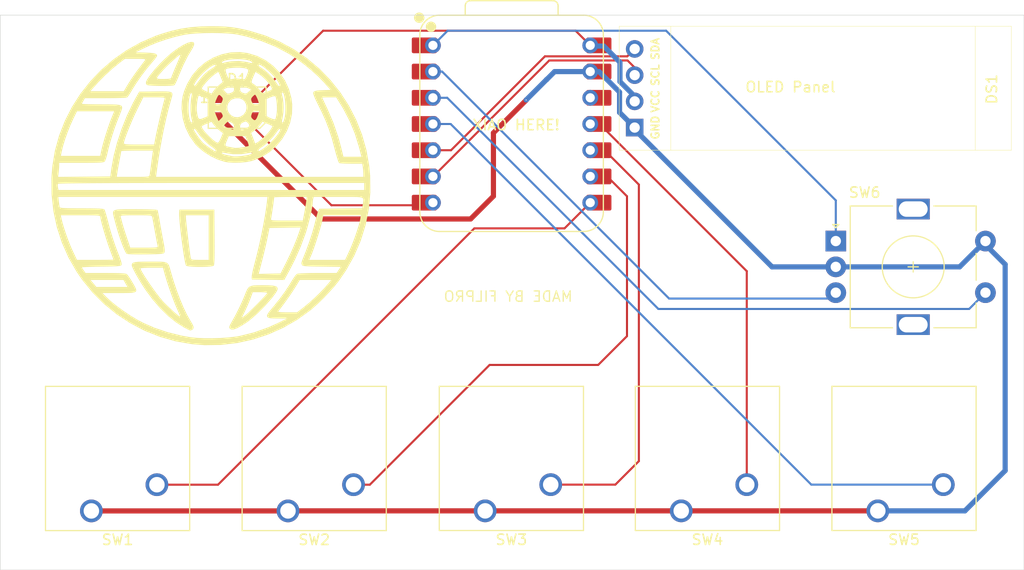
<source format=kicad_pcb>
(kicad_pcb (version 20241229) (generator "pcbnew") (generator_version "9.0")
  (title_block (date "2025-12-31"))
  (layers (0 "F.Cu" signal) (2 "B.Cu" signal) (13 "F.Paste" user) (15 "B.Paste" user) (5 "F.SilkS" user "F.Silkscreen") (7 "B.SilkS" user "B.Silkscreen") (1 "F.Mask" user) (3 "B.Mask" user) (25 "Edge.Cuts" user))
  (net 0 "")
  (net 1 "+5V")
  (net 2 "Net-(D1-DIN)")
  (net 3 "GND")
  (net 4 "Net-(U1-GPIO1{slash}RX)")
  (net 5 "Net-(U1-GPIO2{slash}SCK)")
  (net 6 "Net-(U1-GPIO4{slash}MISO)")
  (net 7 "Net-(DS1-SCL)")
  (net 8 "Net-(DS1-SDA)")
  (net 9 "Net-(U1-GPIO27{slash}ADC1{slash}A1)")
  (net 10 "Net-(U1-GPIO26{slash}ADC0{slash}A0)")
  (net 11 "Net-(U1-GPIO28{slash}ADC2{slash}A2)")
  (net 14 "Net-(U1-GPIO29{slash}ADC3{slash}A3)")
  (net 15 "Net-(U1-GPIO3{slash}MOSI)")
  (footprint "Button_Switch_Keyboard:SW_Cherry_MX_1.00u_PCB" (layer "F.Cu") (at 109.39 113.16 180)
    (property "Reference" "SW5" (at -2.54 -2.794 0) (layer "F.SilkS"))
    (property "Value" "SW_Push")
    (pad "" np_thru_hole circle (at -7.62 5.08 180) (size 1.7 1.7) (drill 1.7) (layers "*.Cu" "*.Mask"))
    (pad "" np_thru_hole circle (at -2.54 5.08 180) (size 4 4) (drill 4) (layers "*.Cu" "*.Mask"))
    (pad "" np_thru_hole circle (at 2.54 5.08 180) (size 1.7 1.7) (drill 1.7) (layers "*.Cu" "*.Mask"))
    (pad "1" thru_hole circle (at 0 0 180) (size 2.2 2.2) (drill 1.5) (layers "*.Cu" "*.Mask") (net 3 "GND"))
    (pad "2" thru_hole circle (at -6.35 2.54 180) (size 2.2 2.2) (drill 1.5) (layers "*.Cu" "*.Mask") (net 14 "Net-(U1-GPIO29{slash}ADC3{slash}A3)"))
  )
  (footprint "SDD1306_OLED:SSD1306-0.91-OLED-4pin-128x32" (layer "F.Cu") (at 122.335 78.215 180)
    (property "Reference" "DS1" (at 1.9 5.91 90) (layer "F.SilkS"))
    (property "Value" "~" (hide yes))
    (fp_text user "GND" (at 34.5 2.19 90) (layer "F.SilkS") (effects (font (size 0.75 0.75))))
    (fp_text user "SCL" (at 34.5 7.27 90) (layer "F.SilkS") (effects (font (size 0.75 0.75))))
    (fp_text user "OLED Panel" (at 21.405 6.115 0) (layer "F.SilkS"))
    (fp_text user "VCC" (at 34.5 4.73 90) (layer "F.SilkS") (effects (font (size 0.75 0.75))))
    (fp_text user "SDA" (at 34.5 9.81 90) (layer "F.SilkS") (effects (font (size 0.75 0.75))))
    (pad "1" thru_hole rect (at 36.5 2.19 180) (size 1.7 1.7) (drill 1) (layers "*.Cu" "*.Mask") (net 3 "GND"))
    (pad "2" thru_hole oval (at 36.5 4.73 180) (size 1.7 1.7) (drill 1) (layers "*.Cu" "*.Mask") (net 1 "+5V"))
    (pad "3" thru_hole oval (at 36.5 7.27 180) (size 1.7 1.7) (drill 1) (layers "*.Cu" "*.Mask") (net 7 "Net-(DS1-SCL)"))
    (pad "4" thru_hole oval (at 36.5 9.81 180) (size 1.7 1.7) (drill 1) (layers "*.Cu" "*.Mask") (net 8 "Net-(DS1-SDA)"))
  )
  (footprint "OPL knihovna:XIAO-RP2040-DIP" (layer "F.Cu") (at 73.91 75.6785)
    (property "Reference" "U1" (hide yes))
    (property "Value" "XIAO-RP2040-DIP" (hide yes))
    (pad "1" smd roundrect (at -8.455 -7.62 180) (size 2.432 1.524) (layers "F.Cu" "F.Mask") (roundrect_rratio 0.1) (net 10 "Net-(U1-GPIO26{slash}ADC0{slash}A0)"))
    (pad "1" thru_hole circle (at -7.62 -7.62 180) (size 1.524 1.524) (drill 0.889) (layers "*.Cu" "*.Mask") (net 10 "Net-(U1-GPIO26{slash}ADC0{slash}A0)"))
    (pad "2" smd roundrect (at -8.455 -5.08 180) (size 2.432 1.524) (layers "F.Cu" "F.Mask") (roundrect_rratio 0.1) (net 9 "Net-(U1-GPIO27{slash}ADC1{slash}A1)"))
    (pad "2" thru_hole circle (at -7.62 -5.08 180) (size 1.524 1.524) (drill 0.889) (layers "*.Cu" "*.Mask") (net 9 "Net-(U1-GPIO27{slash}ADC1{slash}A1)"))
    (pad "3" smd roundrect (at -8.455 -2.54 180) (size 2.432 1.524) (layers "F.Cu" "F.Mask") (roundrect_rratio 0.1) (net 11 "Net-(U1-GPIO28{slash}ADC2{slash}A2)"))
    (pad "3" thru_hole circle (at -7.62 -2.54 180) (size 1.524 1.524) (drill 0.889) (layers "*.Cu" "*.Mask") (net 11 "Net-(U1-GPIO28{slash}ADC2{slash}A2)"))
    (pad "4" smd roundrect (at -8.455 0 180) (size 2.432 1.524) (layers "F.Cu" "F.Mask") (roundrect_rratio 0.1) (net 14 "Net-(U1-GPIO29{slash}ADC3{slash}A3)"))
    (pad "4" thru_hole circle (at -7.62 0 180) (size 1.524 1.524) (drill 0.889) (layers "*.Cu" "*.Mask") (net 14 "Net-(U1-GPIO29{slash}ADC3{slash}A3)"))
    (pad "5" smd roundrect (at -8.455 2.54 180) (size 2.432 1.524) (layers "F.Cu" "F.Mask") (roundrect_rratio 0.1) (net 8 "Net-(DS1-SDA)"))
    (pad "5" thru_hole circle (at -7.62 2.54 180) (size 1.524 1.524) (drill 0.889) (layers "*.Cu" "*.Mask") (net 8 "Net-(DS1-SDA)"))
    (pad "6" smd roundrect (at -8.455 5.08 180) (size 2.432 1.524) (layers "F.Cu" "F.Mask") (roundrect_rratio 0.1) (net 7 "Net-(DS1-SCL)"))
    (pad "6" thru_hole circle (at -7.62 5.08 180) (size 1.524 1.524) (drill 0.889) (layers "*.Cu" "*.Mask") (net 7 "Net-(DS1-SCL)"))
    (pad "7" smd roundrect (at -8.455 7.62 180) (size 2.432 1.524) (layers "F.Cu" "F.Mask") (roundrect_rratio 0.1) (net 2 "Net-(D1-DIN)"))
    (pad "7" thru_hole circle (at -7.62 7.62 180) (size 1.524 1.524) (drill 0.889) (layers "*.Cu" "*.Mask") (net 2 "Net-(D1-DIN)"))
    (pad "8" thru_hole circle (at 7.62 7.62) (size 1.524 1.524) (drill 0.889) (layers "*.Cu" "*.Mask") (net 4 "Net-(U1-GPIO1{slash}RX)"))
    (pad "8" smd roundrect (at 8.455 7.62) (size 2.432 1.524) (layers "F.Cu" "F.Mask") (roundrect_rratio 0.1) (net 4 "Net-(U1-GPIO1{slash}RX)"))
    (pad "9" thru_hole circle (at 7.62 5.08) (size 1.524 1.524) (drill 0.889) (layers "*.Cu" "*.Mask") (net 5 "Net-(U1-GPIO2{slash}SCK)"))
    (pad "9" smd roundrect (at 8.455 5.08) (size 2.432 1.524) (layers "F.Cu" "F.Mask") (roundrect_rratio 0.1) (net 5 "Net-(U1-GPIO2{slash}SCK)"))
    (pad "10" thru_hole circle (at 7.62 2.54) (size 1.524 1.524) (drill 0.889) (layers "*.Cu" "*.Mask") (net 6 "Net-(U1-GPIO4{slash}MISO)"))
    (pad "10" smd roundrect (at 8.455 2.54) (size 2.432 1.524) (layers "F.Cu" "F.Mask") (roundrect_rratio 0.1) (net 6 "Net-(U1-GPIO4{slash}MISO)"))
    (pad "11" thru_hole circle (at 7.62 0) (size 1.524 1.524) (drill 0.889) (layers "*.Cu" "*.Mask") (net 15 "Net-(U1-GPIO3{slash}MOSI)"))
    (pad "11" smd roundrect (at 8.455 0) (size 2.432 1.524) (layers "F.Cu" "F.Mask") (roundrect_rratio 0.1) (net 15 "Net-(U1-GPIO3{slash}MOSI)"))
    (pad "12" thru_hole circle (at 7.62 -2.54) (size 1.524 1.524) (drill 0.889) (layers "*.Cu" "*.Mask"))
    (pad "12" smd roundrect (at 8.455 -2.54) (size 2.432 1.524) (layers "F.Cu" "F.Mask") (roundrect_rratio 0.1))
    (pad "13" thru_hole circle (at 7.62 -5.08) (size 1.524 1.524) (drill 0.889) (layers "*.Cu" "*.Mask") (net 3 "GND"))
    (pad "13" smd roundrect (at 8.455 -5.08) (size 2.432 1.524) (layers "F.Cu" "F.Mask") (roundrect_rratio 0.1) (net 3 "GND"))
    (pad "14" thru_hole circle (at 7.62 -7.62) (size 1.524 1.524) (drill 0.889) (layers "*.Cu" "*.Mask") (net 1 "+5V"))
    (pad "14" smd roundrect (at 8.455 -7.62) (size 2.432 1.524) (layers "F.Cu" "F.Mask") (roundrect_rratio 0.1) (net 1 "+5V"))
  )
  (footprint "Button_Switch_Keyboard:SW_Cherry_MX_1.00u_PCB" (layer "F.Cu") (at 33.195 113.165 180)
    (property "Reference" "SW1" (at -2.54 -2.794 0) (layer "F.SilkS"))
    (property "Value" "SW_Push")
    (pad "" np_thru_hole circle (at -7.62 5.08 180) (size 1.7 1.7) (drill 1.7) (layers "*.Cu" "*.Mask"))
    (pad "" np_thru_hole circle (at -2.54 5.08 180) (size 4 4) (drill 4) (layers "*.Cu" "*.Mask"))
    (pad "" np_thru_hole circle (at 2.54 5.08 180) (size 1.7 1.7) (drill 1.7) (layers "*.Cu" "*.Mask"))
    (pad "1" thru_hole circle (at 0 0 180) (size 2.2 2.2) (drill 1.5) (layers "*.Cu" "*.Mask") (net 3 "GND"))
    (pad "2" thru_hole circle (at -6.35 2.54 180) (size 2.2 2.2) (drill 1.5) (layers "*.Cu" "*.Mask") (net 4 "Net-(U1-GPIO1{slash}RX)"))
  )
  (footprint "Rotary_Encoder:RotaryEncoder_Alps_EC11E-Switch_Vertical_H20mm" (layer "F.Cu") (at 105.32 87.02)
    (property "Reference" "SW6" (at 2.8 -4.7 0) (layer "F.SilkS"))
    (property "Value" "RotaryEncoder_Switch")
    (pad "A" thru_hole rect (at 0 0) (size 2 2) (drill 1) (layers "*.Cu" "*.Mask") (net 10 "Net-(U1-GPIO26{slash}ADC0{slash}A0)"))
    (pad "B" thru_hole circle (at 0 5) (size 2 2) (drill 1) (layers "*.Cu" "*.Mask") (net 9 "Net-(U1-GPIO27{slash}ADC1{slash}A1)"))
    (pad "C" thru_hole circle (at 0 2.5) (size 2 2) (drill 1) (layers "*.Cu" "*.Mask") (net 3 "GND"))
    (pad "MP" thru_hole rect (at 7.5 -3.1) (size 3.2 2) (drill oval 2.8 1.5) (layers "*.Cu" "*.Mask"))
    (pad "MP" thru_hole rect (at 7.5 8.1) (size 3.2 2) (drill oval 2.8 1.5) (layers "*.Cu" "*.Mask"))
    (pad "S1" thru_hole circle (at 14.5 5) (size 2 2) (drill 1) (layers "*.Cu" "*.Mask") (net 11 "Net-(U1-GPIO28{slash}ADC2{slash}A2)"))
    (pad "S2" thru_hole circle (at 14.5 0) (size 2 2) (drill 1) (layers "*.Cu" "*.Mask") (net 3 "GND"))
  )
  (footprint "Button_Switch_Keyboard:SW_Cherry_MX_1.00u_PCB" (layer "F.Cu") (at 71.35 113.16 180)
    (property "Reference" "SW3" (at -2.54 -2.794 0) (layer "F.SilkS"))
    (property "Value" "SW_Push")
    (pad "" np_thru_hole circle (at -7.62 5.08 180) (size 1.7 1.7) (drill 1.7) (layers "*.Cu" "*.Mask"))
    (pad "" np_thru_hole circle (at -2.54 5.08 180) (size 4 4) (drill 4) (layers "*.Cu" "*.Mask"))
    (pad "" np_thru_hole circle (at 2.54 5.08 180) (size 1.7 1.7) (drill 1.7) (layers "*.Cu" "*.Mask"))
    (pad "1" thru_hole circle (at 0 0 180) (size 2.2 2.2) (drill 1.5) (layers "*.Cu" "*.Mask") (net 3 "GND"))
    (pad "2" thru_hole circle (at -6.35 2.54 180) (size 2.2 2.2) (drill 1.5) (layers "*.Cu" "*.Mask") (net 6 "Net-(U1-GPIO4{slash}MISO)"))
  )
  (footprint "LED_SMD:LED_SK6812MINI_PLCC4_3.5x3.5mm_P1.75mm" (layer "F.Cu") (at 47.32 74.095)
    (property "Reference" "D1" (at 0 -2.75 0) (layer "F.SilkS"))
    (property "Value" "SK6812MINI")
    (fp_text user "1" (at -3.2 -0.875 0) (layer "F.SilkS") (effects (font (size 0.8 0.8))))
    (pad "1" smd rect (at -1.75 -0.875) (size 1.6 0.85) (layers "F.Cu" "F.Mask" "F.Paste"))
    (pad "2" smd rect (at -1.75 0.875) (size 1.6 0.85) (layers "F.Cu" "F.Mask" "F.Paste") (net 3 "GND"))
    (pad "3" smd rect (at 1.75 0.875) (size 1.6 0.85) (layers "F.Cu" "F.Mask" "F.Paste") (net 2 "Net-(D1-DIN)"))
    (pad "4" smd rect (at 1.75 -0.875) (size 1.6 0.85) (layers "F.Cu" "F.Mask" "F.Paste") (net 1 "+5V"))
  )
  (footprint "LOGO" (layer "F.Cu") (at 44.39 80.29)
    (property "Reference" "D" (hide yes))
    (property "Value" "LOGO" (hide yes))
  )
  (footprint "Button_Switch_Keyboard:SW_Cherry_MX_1.00u_PCB" (layer "F.Cu") (at 90.345 113.16 180)
    (property "Reference" "SW4" (at -2.54 -2.794 0) (layer "F.SilkS"))
    (property "Value" "SW_Push")
    (pad "" np_thru_hole circle (at -7.62 5.08 180) (size 1.7 1.7) (drill 1.7) (layers "*.Cu" "*.Mask"))
    (pad "" np_thru_hole circle (at -2.54 5.08 180) (size 4 4) (drill 4) (layers "*.Cu" "*.Mask"))
    (pad "" np_thru_hole circle (at 2.54 5.08 180) (size 1.7 1.7) (drill 1.7) (layers "*.Cu" "*.Mask"))
    (pad "1" thru_hole circle (at 0 0 180) (size 2.2 2.2) (drill 1.5) (layers "*.Cu" "*.Mask") (net 3 "GND"))
    (pad "2" thru_hole circle (at -6.35 2.54 180) (size 2.2 2.2) (drill 1.5) (layers "*.Cu" "*.Mask") (net 15 "Net-(U1-GPIO3{slash}MOSI)"))
  )
  (footprint "Button_Switch_Keyboard:SW_Cherry_MX_1.00u_PCB" (layer "F.Cu") (at 52.245 113.165 180)
    (property "Reference" "SW2" (at -2.54 -2.794 0) (layer "F.SilkS"))
    (property "Value" "SW_Push")
    (pad "" np_thru_hole circle (at -7.62 5.08 180) (size 1.7 1.7) (drill 1.7) (layers "*.Cu" "*.Mask"))
    (pad "" np_thru_hole circle (at -2.54 5.08 180) (size 4 4) (drill 4) (layers "*.Cu" "*.Mask"))
    (pad "" np_thru_hole circle (at 2.54 5.08 180) (size 1.7 1.7) (drill 1.7) (layers "*.Cu" "*.Mask"))
    (pad "1" thru_hole circle (at 0 0 180) (size 2.2 2.2) (drill 1.5) (layers "*.Cu" "*.Mask") (net 3 "GND"))
    (pad "2" thru_hole circle (at -6.35 2.54 180) (size 2.2 2.2) (drill 1.5) (layers "*.Cu" "*.Mask") (net 5 "Net-(U1-GPIO2{slash}SCK)"))
  )
  (gr_rect (start 24.3675 65.131) (end 123.5525 118.88) (stroke (width 0.05)) (fill no) (layer "Edge.Cuts"))
  (gr_text "XIAO HERE!" (at 70.04 76.36 0) (layer "F.SilkS") (effects (font (size 1 1)) (justify left bottom)))
  (gr_text "MADE BY FILPRO" (at 79.9 92.98 0) (layer "F.SilkS") (effects (font (size 1 1) (thickness 0.125)) (justify left bottom mirror)))
  (segment (start 55.65 66.64) (end 80.1115 66.64) (width 0.2) (layer "F.Cu") (net 1))
  (segment (start 49.07 73.22) (end 55.65 66.64) (width 0.2) (layer "F.Cu") (net 1))
  (segment (start 80.1115 66.64) (end 81.53 68.0585) (width 0.2) (layer "F.Cu") (net 1))
  (segment (start 85.835 73.485) (end 85.835 72.995) (width 0.5) (layer "B.Cu") (net 1))
  (segment (start 84.41 71.57) (end 84.41 69.7) (width 0.5) (layer "B.Cu") (net 1))
  (segment (start 81.6015 68.13) (end 81.53 68.0585) (width 0.5) (layer "B.Cu") (net 1))
  (segment (start 84.41 69.7) (end 82.84 68.13) (width 0.5) (layer "B.Cu") (net 1))
  (segment (start 85.835 72.995) (end 84.41 71.57) (width 0.5) (layer "B.Cu") (net 1))
  (segment (start 82.84 68.13) (end 81.6015 68.13) (width 0.5) (layer "B.Cu") (net 1))
  (segment (start 56.45 83.55) (end 66.0385 83.55) (width 0.2) (layer "F.Cu") (net 2))
  (segment (start 49.07 74.97) (end 49.07 76.17) (width 0.2) (layer "F.Cu") (net 2))
  (segment (start 66.0385 83.55) (end 66.29 83.2985) (width 0.2) (layer "F.Cu") (net 2))
  (segment (start 49.07 76.17) (end 56.45 83.55) (width 0.2) (layer "F.Cu") (net 2))
  (segment (start 75.32 73.37) (end 72.15 76.54) (width 0.5) (layer "F.Cu") (net 3))
  (segment (start 52.255 113.165) (end 52.26 113.16) (width 0.5) (layer "F.Cu") (net 3))
  (segment (start 75.32 73.35) (end 75.32 73.37) (width 0.5) (layer "F.Cu") (net 3))
  (segment (start 72.15 82.67) (end 69.94 84.88) (width 0.5) (layer "F.Cu") (net 3))
  (segment (start 69.94 84.88) (end 55.48 84.88) (width 0.5) (layer "F.Cu") (net 3))
  (segment (start 52.245 113.165) (end 52.255 113.165) (width 0.5) (layer "F.Cu") (net 3))
  (segment (start 52.26 113.16) (end 71.35 113.16) (width 0.5) (layer "F.Cu") (net 3))
  (segment (start 71.35 113.16) (end 90.345 113.16) (width 0.5) (layer "F.Cu") (net 3))
  (segment (start 33.195 113.165) (end 52.245 113.165) (width 0.5) (layer "F.Cu") (net 3))
  (segment (start 55.48 84.88) (end 45.57 74.97) (width 0.5) (layer "F.Cu") (net 3))
  (segment (start 90.345 113.16) (end 109.39 113.16) (width 0.5) (layer "F.Cu") (net 3))
  (segment (start 72.15 76.54) (end 72.15 82.67) (width 0.5) (layer "F.Cu") (net 3))
  (segment (start 82.5685 70.5985) (end 82.365 70.5985) (width 0.5) (layer "F.Cu") (net 3))
  (via micro (at 75.32 73.35) (size 0.3) (drill 0.1) (layers "F.Cu" "B.Cu") (net 3))
  (segment (start 109.39 113.16) (end 117.83 113.16) (width 0.5) (layer "B.Cu") (net 3))
  (segment (start 82.3785 70.5985) (end 81.53 70.5985) (width 0.5) (layer "B.Cu") (net 3))
  (segment (start 84.37 72.59) (end 82.3785 70.5985) (width 0.5) (layer "B.Cu") (net 3))
  (segment (start 105.32 89.52) (end 117.32 89.52) (width 0.5) (layer "B.Cu") (net 3))
  (segment (start 117.83 113.16) (end 121.73 109.26) (width 0.5) (layer "B.Cu") (net 3))
  (segment (start 121.73 109.26) (end 121.73 89.28) (width 0.5) (layer "B.Cu") (net 3))
  (segment (start 75.32 73.35) (end 77.31 71.36) (width 0.5) (layer "B.Cu") (net 3))
  (segment (start 119.82 87.37) (end 119.82 87.02) (width 0.5) (layer "B.Cu") (net 3))
  (segment (start 77.32 71.36) (end 78.0815 70.5985) (width 0.5) (layer "B.Cu") (net 3))
  (segment (start 85.835 76.025) (end 84.37 74.56) (width 0.5) (layer "B.Cu") (net 3))
  (segment (start 84.37 74.56) (end 84.37 72.59) (width 0.5) (layer "B.Cu") (net 3))
  (segment (start 78.0815 70.5985) (end 81.53 70.5985) (width 0.5) (layer "B.Cu") (net 3))
  (segment (start 121.73 89.28) (end 119.82 87.37) (width 0.5) (layer "B.Cu") (net 3))
  (segment (start 85.835 76.215) (end 99.14 89.52) (width 0.5) (layer "B.Cu") (net 3))
  (segment (start 77.31 71.36) (end 77.32 71.36) (width 0.5) (layer "B.Cu") (net 3))
  (segment (start 85.835 76.025) (end 85.835 76.215) (width 0.5) (layer "B.Cu") (net 3))
  (segment (start 99.14 89.52) (end 105.32 89.52) (width 0.5) (layer "B.Cu") (net 3))
  (segment (start 117.32 89.52) (end 119.82 87.02) (width 0.5) (layer "B.Cu") (net 3))
  (segment (start 39.545 110.625) (end 45.46653 110.625) (width 0.2) (layer "F.Cu") (net 4))
  (segment (start 45.46653 110.625) (end 70.30153 85.79) (width 0.2) (layer "F.Cu") (net 4))
  (segment (start 79.0385 85.79) (end 81.53 83.2985) (width 0.2) (layer "F.Cu") (net 4))
  (segment (start 70.30153 85.79) (end 79.0385 85.79) (width 0.2) (layer "F.Cu") (net 4))
  (segment (start 83.1685 80.7585) (end 85.09 82.68) (width 0.2) (layer "F.Cu") (net 5))
  (segment (start 82.3 99.02) (end 71.78 99.02) (width 0.2) (layer "F.Cu") (net 5))
  (segment (start 85.09 82.68) (end 85.09 96.23) (width 0.2) (layer "F.Cu") (net 5))
  (segment (start 85.09 96.23) (end 82.3 99.02) (width 0.2) (layer "F.Cu") (net 5))
  (segment (start 60.175 110.625) (end 58.595 110.625) (width 0.2) (layer "F.Cu") (net 5))
  (segment (start 71.78 99.02) (end 60.175 110.625) (width 0.2) (layer "F.Cu") (net 5))
  (segment (start 82.365 80.7585) (end 83.1685 80.7585) (width 0.2) (layer "F.Cu") (net 5))
  (segment (start 82.9085 78.2185) (end 86.24 81.55) (width 0.2) (layer "F.Cu") (net 6))
  (segment (start 86.24 108.34) (end 83.96 110.62) (width 0.2) (layer "F.Cu") (net 6))
  (segment (start 86.24 81.55) (end 86.24 108.34) (width 0.2) (layer "F.Cu") (net 6))
  (segment (start 82.365 78.2185) (end 82.9085 78.2185) (width 0.2) (layer "F.Cu") (net 6))
  (segment (start 83.96 110.62) (end 77.7 110.62) (width 0.2) (layer "F.Cu") (net 6))
  (segment (start 77.5575 69.5225) (end 85.1425 69.5225) (width 0.2) (layer "F.Cu") (net 7))
  (segment (start 85.1425 69.5225) (end 85.835 70.215) (width 0.2) (layer "F.Cu") (net 7))
  (segment (start 66.3215 80.7585) (end 77.5575 69.5225) (width 0.2) (layer "F.Cu") (net 7))
  (segment (start 66.29 80.7585) (end 66.3215 80.7585) (width 0.2) (layer "F.Cu") (net 7))
  (segment (start 85.835 70.215) (end 85.835 70.945) (width 0.2) (layer "F.Cu") (net 7))
  (segment (start 66.29 78.2185) (end 68.0415 78.2185) (width 0.2) (layer "F.Cu") (net 8))
  (segment (start 68.0415 78.2185) (end 77.1385 69.1215) (width 0.2) (layer "F.Cu") (net 8))
  (segment (start 85.1185 69.1215) (end 85.835 68.405) (width 0.2) (layer "F.Cu") (net 8))
  (segment (start 77.1385 69.1215) (end 85.1185 69.1215) (width 0.2) (layer "F.Cu") (net 8))
  (segment (start 66.29 70.5985) (end 67.1785 70.5985) (width 0.2) (layer "B.Cu") (net 9))
  (segment (start 67.1785 70.5985) (end 89.17 92.59) (width 0.2) (layer "B.Cu") (net 9))
  (segment (start 89.17 92.59) (end 104.75 92.59) (width 0.2) (layer "B.Cu") (net 9))
  (segment (start 104.75 92.59) (end 105.32 92.02) (width 0.2) (layer "B.Cu") (net 9))
  (segment (start 66.29 68.0585) (end 67.7085 66.64) (width 0.2) (layer "B.Cu") (net 10))
  (segment (start 105.32 83.08) (end 105.32 87.02) (width 0.2) (layer "B.Cu") (net 10))
  (segment (start 67.7085 66.64) (end 88.88 66.64) (width 0.2) (layer "B.Cu") (net 10))
  (segment (start 88.88 66.64) (end 105.32 83.08) (width 0.2) (layer "B.Cu") (net 10))
  (segment (start 88.13 93.6) (end 118.24 93.6) (width 0.2) (layer "B.Cu") (net 11))
  (segment (start 66.29 73.1385) (end 67.6685 73.1385) (width 0.2) (layer "B.Cu") (net 11))
  (segment (start 118.24 93.6) (end 119.82 92.02) (width 0.2) (layer "B.Cu") (net 11))
  (segment (start 67.6685 73.1385) (end 88.13 93.6) (width 0.2) (layer "B.Cu") (net 11))
  (segment (start 102.95 110.62) (end 68.0085 75.6785) (width 0.2) (layer "B.Cu") (net 14))
  (segment (start 68.0085 75.6785) (end 66.29 75.6785) (width 0.2) (layer "B.Cu") (net 14))
  (segment (start 115.74 110.62) (end 102.95 110.62) (width 0.2) (layer "B.Cu") (net 14))
  (segment (start 82.365 75.6785) (end 82.4385 75.6785) (width 0.2) (layer "F.Cu") (net 15))
  (segment (start 96.695 89.935) (end 96.695 110.62) (width 0.2) (layer "F.Cu") (net 15))
  (segment (start 82.4385 75.6785) (end 96.695 89.935) (width 0.2) (layer "F.Cu") (net 15))
)
</source>
